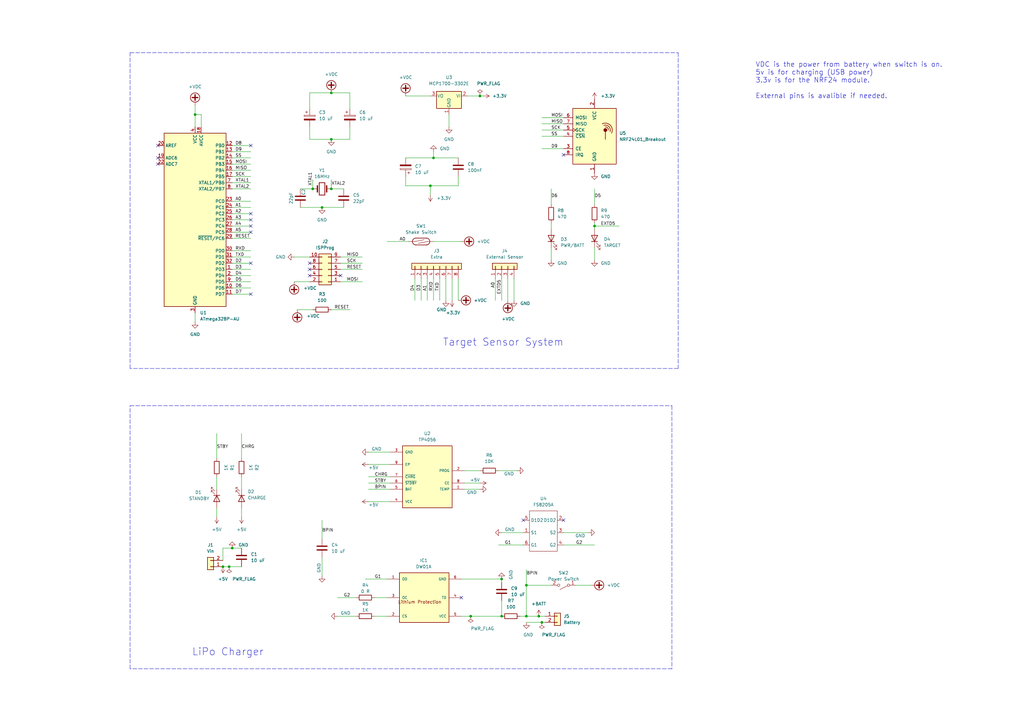
<source format=kicad_sch>
(kicad_sch (version 20211123) (generator eeschema)
  (paper "A3")
  (title_block (title "Target Sensor") (date "2023-01-21") (rev "108") (company "OlShot"))
  (lib_symbols
    (symbol "Connector_Generic:Conn_01x02" (pin_names (offset 1.016) hide)
      (property "Reference" "J" (at 0 2.54 0))
      (property "Value" "Conn_01x02" (at 0 -5.08 0))
      (symbol "Conn_01x02_1_1"
        (rectangle (start -1.27 -2.413) (end 0 -2.667) (stroke (width 0.1524)))
        (rectangle (start -1.27 0.127) (end 0 -0.127) (stroke (width 0.1524)))
        (rectangle (start -1.27 1.27) (end 1.27 -3.81) (stroke (width 0.254)) (fill (type background)))
        (pin passive line (at -5.08 0 0) (length 3.81) (name "Pin_1") (number "1"))
        (pin passive line (at -5.08 -2.54 0) (length 3.81) (name "Pin_2") (number "2"))
      )
    )
    (symbol "Connector_Generic:Conn_01x04" (pin_names (offset 1.016) hide)
      (property "Reference" "J" (at 0 5.08 0))
      (property "Value" "Conn_01x04" (at 0 -7.62 0))
      (symbol "Conn_01x04_1_1"
        (rectangle (start -1.27 -4.953) (end 0 -5.207) (stroke (width 0.1524)))
        (rectangle (start -1.27 -2.413) (end 0 -2.667) (stroke (width 0.1524)))
        (rectangle (start -1.27 0.127) (end 0 -0.127) (stroke (width 0.1524)))
        (rectangle (start -1.27 2.667) (end 0 2.413) (stroke (width 0.1524)))
        (rectangle (start -1.27 3.81) (end 1.27 -6.35) (stroke (width 0.254)) (fill (type background)))
        (pin passive line (at -5.08 2.54 0) (length 3.81) (name "Pin_1") (number "1"))
        (pin passive line (at -5.08 0 0) (length 3.81) (name "Pin_2") (number "2"))
        (pin passive line (at -5.08 -2.54 0) (length 3.81) (name "Pin_3") (number "3"))
        (pin passive line (at -5.08 -5.08 0) (length 3.81) (name "Pin_4") (number "4"))
      )
    )
    (symbol "Connector_Generic:Conn_01x08" (pin_names (offset 1.016) hide)
      (property "Reference" "J" (at 0 10.16 0))
      (property "Value" "Conn_01x08" (at 0 -12.7 0))
      (symbol "Conn_01x08_1_1"
        (rectangle (start -1.27 -10.033) (end 0 -10.287) (stroke (width 0.1524)))
        (rectangle (start -1.27 -7.493) (end 0 -7.747) (stroke (width 0.1524)))
        (rectangle (start -1.27 -4.953) (end 0 -5.207) (stroke (width 0.1524)))
        (rectangle (start -1.27 -2.413) (end 0 -2.667) (stroke (width 0.1524)))
        (rectangle (start -1.27 0.127) (end 0 -0.127) (stroke (width 0.1524)))
        (rectangle (start -1.27 2.667) (end 0 2.413) (stroke (width 0.1524)))
        (rectangle (start -1.27 5.207) (end 0 4.953) (stroke (width 0.1524)))
        (rectangle (start -1.27 7.747) (end 0 7.493) (stroke (width 0.1524)))
        (rectangle (start -1.27 8.89) (end 1.27 -11.43) (stroke (width 0.254)) (fill (type background)))
        (pin passive line (at -5.08 7.62 0) (length 3.81) (name "Pin_1") (number "1"))
        (pin passive line (at -5.08 5.08 0) (length 3.81) (name "Pin_2") (number "2"))
        (pin passive line (at -5.08 2.54 0) (length 3.81) (name "Pin_3") (number "3"))
        (pin passive line (at -5.08 0 0) (length 3.81) (name "Pin_4") (number "4"))
        (pin passive line (at -5.08 -2.54 0) (length 3.81) (name "Pin_5") (number "5"))
        (pin passive line (at -5.08 -5.08 0) (length 3.81) (name "Pin_6") (number "6"))
        (pin passive line (at -5.08 -7.62 0) (length 3.81) (name "Pin_7") (number "7"))
        (pin passive line (at -5.08 -10.16 0) (length 3.81) (name "Pin_8") (number "8"))
      )
    )
    (symbol "Connector_Generic:Conn_02x05_Odd_Even" (pin_names (offset 1.016) hide)
      (property "Reference" "J" (at 1.27 7.62 0))
      (property "Value" "Conn_02x05_Odd_Even" (at 1.27 -7.62 0))
      (symbol "Conn_02x05_Odd_Even_1_1"
        (rectangle (start -1.27 -4.953) (end 0 -5.207) (stroke (width 0.1524)))
        (rectangle (start -1.27 -2.413) (end 0 -2.667) (stroke (width 0.1524)))
        (rectangle (start -1.27 0.127) (end 0 -0.127) (stroke (width 0.1524)))
        (rectangle (start -1.27 2.667) (end 0 2.413) (stroke (width 0.1524)))
        (rectangle (start -1.27 5.207) (end 0 4.953) (stroke (width 0.1524)))
        (rectangle (start -1.27 6.35) (end 3.81 -6.35) (stroke (width 0.254)) (fill (type background)))
        (rectangle (start 3.81 -4.953) (end 2.54 -5.207) (stroke (width 0.1524)))
        (rectangle (start 3.81 -2.413) (end 2.54 -2.667) (stroke (width 0.1524)))
        (rectangle (start 3.81 0.127) (end 2.54 -0.127) (stroke (width 0.1524)))
        (rectangle (start 3.81 2.667) (end 2.54 2.413) (stroke (width 0.1524)))
        (rectangle (start 3.81 5.207) (end 2.54 4.953) (stroke (width 0.1524)))
        (pin passive line (at -5.08 5.08 0) (length 3.81) (name "Pin_1") (number "1"))
        (pin passive line (at 7.62 -5.08 180) (length 3.81) (name "Pin_10") (number "10"))
        (pin passive line (at 7.62 5.08 180) (length 3.81) (name "Pin_2") (number "2"))
        (pin passive line (at -5.08 2.54 0) (length 3.81) (name "Pin_3") (number "3"))
        (pin passive line (at 7.62 2.54 180) (length 3.81) (name "Pin_4") (number "4"))
        (pin passive line (at -5.08 0 0) (length 3.81) (name "Pin_5") (number "5"))
        (pin passive line (at 7.62 0 180) (length 3.81) (name "Pin_6") (number "6"))
        (pin passive line (at -5.08 -2.54 0) (length 3.81) (name "Pin_7") (number "7"))
        (pin passive line (at 7.62 -2.54 180) (length 3.81) (name "Pin_8") (number "8"))
        (pin passive line (at -5.08 -5.08 0) (length 3.81) (name "Pin_9") (number "9"))
      )
    )
    (symbol "DW01A:DW01A" (pin_names (offset 1.016))
      (property "Reference" "IC" (at -5.08 11.43 0))
      (property "Value" "DW01A" (at -5.08 -12.7 0))
      (symbol "DW01A_0_0"
        (rectangle (start -10.16 -10.16) (end 10.16 10.16) (stroke (width 0.254)) (fill (type background)))
        (text "Lithium Protection" (at -7.112 2.54 0) (effects (font (size 1.27 1.27)) (justify left bottom)))
        (pin bidirectional line (at 15.24 -7.62 180) (length 5.08) (name "OD") (number "1"))
        (pin bidirectional line (at 15.24 7.62 180) (length 5.08) (name "CS") (number "2"))
        (pin bidirectional line (at 15.24 0 180) (length 5.08) (name "OC") (number "3"))
        (pin bidirectional line (at -15.24 0 0) (length 5.08) (name "TD") (number "4"))
        (pin power_in line (at -15.24 7.62 0) (length 5.08) (name "VCC") (number "5"))
        (pin power_in line (at -15.24 -7.62 0) (length 5.08) (name "GND") (number "6"))
      )
    )
    (symbol "Device:C" (pin_numbers hide) (pin_names (offset 0.254))
      (property "Reference" "C" (at 0.635 2.54 0))
      (property "Value" "C" (at 0.635 -2.54 0))
      (symbol "C_0_1"
        (polyline (pts (xy -2.032 -0.762) (xy 2.032 -0.762)) (stroke (width 0.508)))
        (polyline (pts (xy -2.032 0.762) (xy 2.032 0.762)) (stroke (width 0.508)))
      )
      (symbol "C_1_1"
        (pin passive line (at 0 3.81 270) (length 2.794) (name "~") (number "1"))
        (pin passive line (at 0 -3.81 90) (length 2.794) (name "~") (number "2"))
      )
    )
    (symbol "Device:C_Polarized" (pin_numbers hide) (pin_names (offset 0.254))
      (property "Reference" "C" (at 0.635 2.54 0))
      (property "Value" "C_Polarized" (at 0.635 -2.54 0))
      (symbol "C_Polarized_0_1"
        (rectangle (start -2.286 0.508) (end 2.286 1.016))
        (polyline (pts (xy -1.778 2.286) (xy -0.762 2.286)))
        (polyline (pts (xy -1.27 2.794) (xy -1.27 1.778)))
        (rectangle (start 2.286 -0.508) (end -2.286 -1.016) (fill (type outline)))
      )
      (symbol "C_Polarized_1_1"
        (pin passive line (at 0 3.81 270) (length 2.794) (name "~") (number "1"))
        (pin passive line (at 0 -3.81 90) (length 2.794) (name "~") (number "2"))
      )
    )
    (symbol "Device:Crystal" (pin_numbers hide) (pin_names (offset 1.016) hide)
      (property "Reference" "Y" (at 0 3.81 0))
      (property "Value" "Crystal" (at 0 -3.81 0))
      (symbol "Crystal_0_1"
        (rectangle (start -1.143 2.54) (end 1.143 -2.54) (stroke (width 0.3048)))
        (polyline (pts (xy -2.54 0) (xy -1.905 0)))
        (polyline (pts (xy -1.905 -1.27) (xy -1.905 1.27)) (stroke (width 0.508)))
        (polyline (pts (xy 1.905 -1.27) (xy 1.905 1.27)) (stroke (width 0.508)))
        (polyline (pts (xy 2.54 0) (xy 1.905 0)))
      )
      (symbol "Crystal_1_1"
        (pin passive line (at -3.81 0 0) (length 1.27) (name "1") (number "1"))
        (pin passive line (at 3.81 0 180) (length 1.27) (name "2") (number "2"))
      )
    )
    (symbol "Device:LED" (pin_numbers hide) (pin_names (offset 1.016) hide)
      (property "Reference" "D" (at 0 2.54 0))
      (property "Value" "LED" (at 0 -2.54 0))
      (symbol "LED_0_1"
        (polyline (pts (xy -1.27 -1.27) (xy -1.27 1.27)) (stroke (width 0.254)))
        (polyline (pts (xy -1.27 0) (xy 1.27 0)))
        (polyline (pts (xy 1.27 -1.27) (xy 1.27 1.27) (xy -1.27 0) (xy 1.27 -1.27)) (stroke (width 0.254)))
        (polyline (pts (xy -3.048 -0.762) (xy -4.572 -2.286) (xy -3.81 -2.286) (xy -4.572 -2.286) (xy -4.572 -1.524)))
        (polyline (pts (xy -1.778 -0.762) (xy -3.302 -2.286) (xy -2.54 -2.286) (xy -3.302 -2.286) (xy -3.302 -1.524)))
      )
      (symbol "LED_1_1"
        (pin passive line (at -3.81 0 0) (length 2.54) (name "K") (number "1"))
        (pin passive line (at 3.81 0 180) (length 2.54) (name "A") (number "2"))
      )
    )
    (symbol "Device:R" (pin_numbers hide) (pin_names (offset 0))
      (property "Reference" "R" (at 2.032 0 90))
      (property "Value" "R" (at 0 0 90))
      (symbol "R_0_1"
        (rectangle (start -1.016 -2.54) (end 1.016 2.54) (stroke (width 0.254)))
      )
      (symbol "R_1_1"
        (pin passive line (at 0 3.81 270) (length 1.27) (name "~") (number "1"))
        (pin passive line (at 0 -3.81 90) (length 1.27) (name "~") (number "2"))
      )
    )
    (symbol "MCU_Microchip_ATmega:ATmega328P-A"
      (property "Reference" "U" (at -12.7 36.83 0))
      (property "Value" "ATmega328P-A" (at 2.54 -36.83 0))
      (symbol "ATmega328P-A_0_1"
        (rectangle (start -12.7 -35.56) (end 12.7 35.56) (stroke (width 0.254)) (fill (type background)))
      )
      (symbol "ATmega328P-A_1_1"
        (pin bidirectional line (at 15.24 -20.32 180) (length 2.54) (name "PD3") (number "1"))
        (pin bidirectional line (at 15.24 -27.94 180) (length 2.54) (name "PD6") (number "10"))
        (pin bidirectional line (at 15.24 -30.48 180) (length 2.54) (name "PD7") (number "11"))
        (pin bidirectional line (at 15.24 30.48 180) (length 2.54) (name "PB0") (number "12"))
        (pin bidirectional line (at 15.24 27.94 180) (length 2.54) (name "PB1") (number "13"))
        (pin bidirectional line (at 15.24 25.4 180) (length 2.54) (name "PB2") (number "14"))
        (pin bidirectional line (at 15.24 22.86 180) (length 2.54) (name "PB3") (number "15"))
        (pin bidirectional line (at 15.24 20.32 180) (length 2.54) (name "PB4") (number "16"))
        (pin bidirectional line (at 15.24 17.78 180) (length 2.54) (name "PB5") (number "17"))
        (pin power_in line (at 2.54 38.1 270) (length 2.54) (name "AVCC") (number "18"))
        (pin input line (at -15.24 25.4 0) (length 2.54) (name "ADC6") (number "19"))
        (pin bidirectional line (at 15.24 -22.86 180) (length 2.54) (name "PD4") (number "2"))
        (pin passive line (at -15.24 30.48 0) (length 2.54) (name "AREF") (number "20"))
        (pin passive line (at 0 -38.1 90) (length 2.54) hide (name "GND") (number "21"))
        (pin input line (at -15.24 22.86 0) (length 2.54) (name "ADC7") (number "22"))
        (pin bidirectional line (at 15.24 7.62 180) (length 2.54) (name "PC0") (number "23"))
        (pin bidirectional line (at 15.24 5.08 180) (length 2.54) (name "PC1") (number "24"))
        (pin bidirectional line (at 15.24 2.54 180) (length 2.54) (name "PC2") (number "25"))
        (pin bidirectional line (at 15.24 0 180) (length 2.54) (name "PC3") (number "26"))
        (pin bidirectional line (at 15.24 -2.54 180) (length 2.54) (name "PC4") (number "27"))
        (pin bidirectional line (at 15.24 -5.08 180) (length 2.54) (name "PC5") (number "28"))
        (pin bidirectional line (at 15.24 -7.62 180) (length 2.54) (name "~{RESET}/PC6") (number "29"))
        (pin power_in line (at 0 -38.1 90) (length 2.54) (name "GND") (number "3"))
        (pin bidirectional line (at 15.24 -12.7 180) (length 2.54) (name "PD0") (number "30"))
        (pin bidirectional line (at 15.24 -15.24 180) (length 2.54) (name "PD1") (number "31"))
        (pin bidirectional line (at 15.24 -17.78 180) (length 2.54) (name "PD2") (number "32"))
        (pin power_in line (at 0 38.1 270) (length 2.54) (name "VCC") (number "4"))
        (pin passive line (at 0 -38.1 90) (length 2.54) hide (name "GND") (number "5"))
        (pin passive line (at 0 38.1 270) (length 2.54) hide (name "VCC") (number "6"))
        (pin bidirectional line (at 15.24 15.24 180) (length 2.54) (name "XTAL1/PB6") (number "7"))
        (pin bidirectional line (at 15.24 12.7 180) (length 2.54) (name "XTAL2/PB7") (number "8"))
        (pin bidirectional line (at 15.24 -25.4 180) (length 2.54) (name "PD5") (number "9"))
      )
    )
    (symbol "RF:NRF24L01_Breakout" (pin_names (offset 1.016))
      (property "Reference" "U" (at -8.89 12.7 0))
      (property "Value" "NRF24L01_Breakout" (at 3.81 12.7 0))
      (symbol "NRF24L01_Breakout_0_1"
        (rectangle (start -8.89 11.43) (end 8.89 -11.43) (stroke (width 0.254)) (fill (type background)))
        (polyline (pts (xy 4.445 1.905) (xy 4.445 -1.27)) (stroke (width 0.254)))
        (circle (center 4.445 2.54) (radius 0.635) (stroke (width 0.254)) (fill (type outline)))
        (arc (start 5.715 2.54) (mid 5.3521 3.4546) (end 4.445 3.81) (stroke (width 0.254)))
        (arc (start 6.35 1.905) (mid 5.8763 3.9854) (end 3.81 4.445) (stroke (width 0.254)))
        (arc (start 6.985 1.27) (mid 6.453 4.548) (end 3.175 5.08) (stroke (width 0.254)))
      )
      (symbol "NRF24L01_Breakout_1_1"
        (pin power_in line (at 0 -15.24 90) (length 3.81) (name "GND") (number "1"))
        (pin power_in line (at 0 15.24 270) (length 3.81) (name "VCC") (number "2"))
        (pin input line (at -12.7 -5.08 0) (length 3.81) (name "CE") (number "3"))
        (pin input line (at -12.7 0 0) (length 3.81) (name "~{CSN}") (number "4"))
        (pin input clock (at -12.7 2.54 0) (length 3.81) (name "SCK") (number "5"))
        (pin input line (at -12.7 7.62 0) (length 3.81) (name "MOSI") (number "6"))
        (pin output line (at -12.7 5.08 0) (length 3.81) (name "MISO") (number "7"))
        (pin output line (at -12.7 -7.62 0) (length 3.81) (name "IRQ") (number "8"))
      )
    )
    (symbol "Regulator_Linear:MCP1700x-330xxTO" (pin_names (offset 0.254))
      (property "Reference" "U" (at -3.81 -3.175 0))
      (property "Value" "MCP1700x-330xxTO" (at 0 -3.175 0))
      (symbol "MCP1700x-330xxTO_0_1"
        (rectangle (start -5.08 5.08) (end 5.08 -1.905) (stroke (width 0.254)) (fill (type background)))
      )
      (symbol "MCP1700x-330xxTO_1_1"
        (pin power_in line (at 0 7.62 270) (length 2.54) (name "GND") (number "1"))
        (pin power_in line (at -7.62 0 0) (length 2.54) (name "VI") (number "2"))
        (pin power_out line (at 7.62 0 180) (length 2.54) (name "VO") (number "3"))
      )
    )
    (symbol "Switch:SW_Reed" (pin_numbers hide) (pin_names (offset 0) hide)
      (property "Reference" "SW" (at 0 2.54 0))
      (property "Value" "SW_Reed" (at 0 -2.54 0))
      (symbol "SW_Reed_0_0"
        (arc (start -2.159 1.397) (mid -3.556 0) (end -2.159 -1.397) (stroke (width 0.254)))
        (polyline (pts (xy -2.54 0) (xy 1.27 0.762)))
        (polyline (pts (xy -2.159 -1.397) (xy 2.286 -1.397)) (stroke (width 0.254)))
        (polyline (pts (xy 2.159 1.397) (xy -2.159 1.397)) (stroke (width 0.254)))
        (polyline (pts (xy 2.54 0) (xy -1.27 -0.762)))
        (arc (start 2.159 -1.397) (mid 3.556 0) (end 2.159 1.397) (stroke (width 0.254)))
      )
      (symbol "SW_Reed_1_1"
        (pin passive line (at -5.08 0 0) (length 2.54) (name "1") (number "1"))
        (pin passive line (at 5.08 0 180) (length 2.54) (name "2") (number "2"))
      )
    )
    (symbol "Switch:SW_SPST" (pin_names (offset 0) hide)
      (property "Reference" "SW" (at 0 3.175 0))
      (property "Value" "SW_SPST" (at 0 -2.54 0))
      (symbol "SW_SPST_0_0"
        (circle (center -2.032 0) (radius 0.508))
        (polyline (pts (xy -1.524 0.254) (xy 1.524 1.778)))
        (circle (center 2.032 0) (radius 0.508))
      )
      (symbol "SW_SPST_1_1"
        (pin passive line (at -5.08 0 0) (length 2.54) (name "A") (number "1"))
        (pin passive line (at 5.08 0 180) (length 2.54) (name "B") (number "2"))
      )
    )
    (symbol "TP4056:TP4056" (pin_names (offset 1.016))
      (property "Reference" "U" (at -10.16 13.208 0))
      (property "Value" "TP4056" (at -10.16 -15.24 0))
      (symbol "TP4056_0_0"
        (rectangle (start -10.16 -12.7) (end 10.16 12.7) (stroke (width 0.254)) (fill (type background)))
        (pin input line (at -15.24 5.08 0) (length 5.08) (name "TEMP") (number "1"))
        (pin bidirectional line (at -15.24 -2.54 0) (length 5.08) (name "PROG") (number "2"))
        (pin power_in line (at 15.24 -10.16 180) (length 5.08) (name "GND") (number "3"))
        (pin power_in line (at 15.24 10.16 180) (length 5.08) (name "VCC") (number "4"))
        (pin output line (at 15.24 5.08 180) (length 5.08) (name "BAT") (number "5"))
        (pin output line (at 15.24 2.54 180) (length 5.08) (name "~{STDBY}") (number "6"))
        (pin output line (at 15.24 0 180) (length 5.08) (name "~{CHRG}") (number "7"))
        (pin input line (at -15.24 2.54 0) (length 5.08) (name "CE") (number "8"))
        (pin passive line (at 15.24 -5.08 180) (length 5.08) (name "EP") (number "9"))
      )
    )
    (symbol "fs8205:FS8205A"
      (property "Reference" "U" (at 1.27 5.08 0))
      (property "Value" "FS8205A" (at -1.27 8.89 90))
      (symbol "FS8205A_0_1"
        (rectangle (start 0 11.43) (end 16.51 0))
      )
      (symbol "FS8205A_1_1"
        (pin input line (at 7.62 13.97 270) (length 2.54) (name "S1") (number "1"))
        (pin input line (at 12.7 -2.54 90) (length 2.54) (name "D1D2") (number "2"))
        (pin input line (at 7.62 -2.54 90) (length 2.54) (name "S2") (number "3"))
        (pin input line (at 2.54 -2.54 90) (length 2.54) (name "G2") (number "4"))
        (pin input line (at 12.7 13.97 270) (length 2.54) (name "D1D2") (number "5"))
        (pin input line (at 2.54 13.97 270) (length 2.54) (name "G1") (number "6"))
      )
    )
    (symbol "power:+3.3V" (power) (pin_names (offset 0))
      (property "Value" "+3.3V" (at 0 3.556 0))
      (symbol "+3.3V_0_1"
        (polyline (pts (xy -0.762 1.27) (xy 0 2.54)))
        (polyline (pts (xy 0 0) (xy 0 2.54)))
        (polyline (pts (xy 0 2.54) (xy 0.762 1.27)))
      )
      (symbol "+3.3V_1_1"
        (pin power_in line (at 0 0 90) (length 0) hide (name "+3.3V") (number "1"))
      )
    )
    (symbol "power:+5V" (power) (pin_names (offset 0))
      (property "Value" "+5V" (at 0 3.556 0))
      (symbol "+5V_0_1"
        (polyline (pts (xy -0.762 1.27) (xy 0 2.54)))
        (polyline (pts (xy 0 0) (xy 0 2.54)))
        (polyline (pts (xy 0 2.54) (xy 0.762 1.27)))
      )
      (symbol "+5V_1_1"
        (pin power_in line (at 0 0 90) (length 0) hide (name "+5V") (number "1"))
      )
    )
    (symbol "power:+BATT" (power) (pin_names (offset 0))
      (property "Value" "+BATT" (at 0 3.556 0))
      (symbol "+BATT_0_1"
        (polyline (pts (xy -0.762 1.27) (xy 0 2.54)))
        (polyline (pts (xy 0 0) (xy 0 2.54)))
        (polyline (pts (xy 0 2.54) (xy 0.762 1.27)))
      )
      (symbol "+BATT_1_1"
        (pin power_in line (at 0 0 90) (length 0) hide (name "+BATT") (number "1"))
      )
    )
    (symbol "power:+VDC" (power) (pin_names (offset 0))
      (property "Value" "+VDC" (at 0 6.35 0))
      (symbol "+VDC_0_1"
        (polyline (pts (xy -1.143 3.175) (xy 1.143 3.175)) (stroke (width 0.508)))
        (polyline (pts (xy 0 0) (xy 0 1.27)))
        (polyline (pts (xy 0 2.032) (xy 0 4.318)) (stroke (width 0.508)))
        (circle (center 0 3.175) (radius 1.905) (stroke (width 0.254)))
      )
      (symbol "+VDC_1_1"
        (pin power_in line (at 0 0 90) (length 0) hide (name "+VDC") (number "1"))
      )
    )
    (symbol "power:GND" (power) (pin_names (offset 0))
      (property "Value" "GND" (at 0 -3.81 0))
      (symbol "GND_0_1"
        (polyline (pts (xy 0 0) (xy 0 -1.27) (xy 1.27 -1.27) (xy 0 -2.54) (xy -1.27 -1.27) (xy 0 -1.27)))
      )
      (symbol "GND_1_1"
        (pin power_in line (at 0 0 270) (length 0) hide (name "GND") (number "1"))
      )
    )
    (symbol "power:PWR_FLAG" (power) (pin_numbers hide) (pin_names (offset 0) hide)
      (property "Value" "PWR_FLAG" (at 0 3.81 0))
      (symbol "PWR_FLAG_0_0"
        (pin power_out line (at 0 0 90) (length 0) (name "pwr") (number "1"))
      )
      (symbol "PWR_FLAG_0_1"
        (polyline (pts (xy 0 0) (xy 0 1.27) (xy -1.016 1.905) (xy 0 2.54) (xy 1.016 1.905) (xy 0 1.27)))
      )
    )
  )
  (junction (at 215.9 252.73))
  (junction (at 135.89 77.47))
  (junction (at 80.01 46.99))
  (junction (at 205.74 237.49))
  (junction (at 135.89 38.1))
  (junction (at 177.8 64.77))
  (junction (at 205.74 252.73))
  (junction (at 135.89 57.15))
  (junction (at 215.9 240.03))
  (junction (at 132.08 85.09))
  (junction (at 243.84 92.71))
  (junction (at 128.27 77.47))
  (junction (at 220.98 252.73))
  (junction (at 222.25 255.27))
  (junction (at 91.44 232.41))
  (junction (at 93.98 232.41))
  (junction (at 196.85 39.37))
  (junction (at 176.53 76.2))
  (junction (at 95.25 224.79))
  (junction (at 193.04 252.73))
  (no_connect (at 102.87 120.65))
  (no_connect (at 214.63 213.36))
  (no_connect (at 64.77 59.69))
  (no_connect (at 139.7 113.03))
  (no_connect (at 127 113.03))
  (no_connect (at 102.87 59.69))
  (no_connect (at 64.77 64.77))
  (no_connect (at 231.14 213.36))
  (no_connect (at 127 110.49))
  (no_connect (at 64.77 67.31))
  (no_connect (at 102.87 90.17))
  (no_connect (at 189.23 245.11))
  (no_connect (at 102.87 92.71))
  (no_connect (at 102.87 95.25))
  (no_connect (at 102.87 87.63))
  (no_connect (at 231.14 63.5))
  (no_connect (at 102.87 107.95))
  (no_connect (at 127 107.95))
  (wire (pts (xy 226.06 77.47) (xy 226.06 83.82)))
  (wire (pts (xy 91.44 229.87) (xy 91.44 224.79)))
  (wire (pts (xy 222.25 48.26) (xy 231.14 48.26)))
  (wire (pts (xy 226.06 101.6) (xy 226.06 106.68)))
  (wire (pts (xy 177.8 62.23) (xy 177.8 64.77)))
  (wire (pts (xy 132.08 85.09) (xy 140.97 85.09)))
  (wire (pts (xy 243.84 92.71) (xy 254 92.71)))
  (wire (pts (xy 95.25 82.55) (xy 102.87 82.55)))
  (wire (pts (xy 95.25 69.85) (xy 102.87 69.85)))
  (wire (pts (xy 243.84 91.44) (xy 243.84 92.71)))
  (wire (pts (xy 172.72 114.3) (xy 172.72 123.19)))
  (wire (pts (xy 95.25 224.79) (xy 99.06 224.79)))
  (polyline (pts (xy 53.34 166.37) (xy 275.59 166.37)))
  (wire (pts (xy 143.51 38.1) (xy 143.51 44.45)))
  (wire (pts (xy 208.28 114.3) (xy 208.28 123.19)))
  (wire (pts (xy 149.86 237.49) (xy 158.75 237.49)))
  (wire (pts (xy 205.74 218.44) (xy 214.63 218.44)))
  (wire (pts (xy 99.06 208.28) (xy 99.06 212.09)))
  (wire (pts (xy 215.9 255.27) (xy 222.25 255.27)))
  (wire (pts (xy 176.53 76.2) (xy 176.53 80.01)))
  (wire (pts (xy 138.43 245.11) (xy 146.05 245.11)))
  (wire (pts (xy 95.25 90.17) (xy 102.87 90.17)))
  (wire (pts (xy 95.25 72.39) (xy 102.87 72.39)))
  (wire (pts (xy 128.27 73.66) (xy 128.27 77.47)))
  (wire (pts (xy 176.53 76.2) (xy 187.96 76.2)))
  (wire (pts (xy 205.74 114.3) (xy 205.74 123.19)))
  (wire (pts (xy 175.26 114.3) (xy 175.26 123.19)))
  (wire (pts (xy 93.98 232.41) (xy 99.06 232.41)))
  (wire (pts (xy 139.7 110.49) (xy 148.59 110.49)))
  (wire (pts (xy 215.9 252.73) (xy 220.98 252.73)))
  (wire (pts (xy 127 57.15) (xy 127 52.07)))
  (wire (pts (xy 88.9 195.58) (xy 88.9 200.66)))
  (wire (pts (xy 80.01 46.99) (xy 80.01 52.07)))
  (wire (pts (xy 95.25 118.11) (xy 102.87 118.11)))
  (wire (pts (xy 203.2 114.3) (xy 203.2 123.19)))
  (wire (pts (xy 88.9 208.28) (xy 88.9 212.09)))
  (wire (pts (xy 135.89 77.47) (xy 140.97 77.47)))
  (wire (pts (xy 187.96 114.3) (xy 187.96 123.19)))
  (wire (pts (xy 95.25 110.49) (xy 102.87 110.49)))
  (wire (pts (xy 236.22 240.03) (xy 242.57 240.03)))
  (wire (pts (xy 95.25 105.41) (xy 102.87 105.41)))
  (wire (pts (xy 135.89 73.66) (xy 135.89 77.47)))
  (wire (pts (xy 151.13 190.5) (xy 160.02 190.5)))
  (wire (pts (xy 82.55 46.99) (xy 80.01 46.99)))
  (wire (pts (xy 170.18 114.3) (xy 170.18 123.19)))
  (wire (pts (xy 151.13 198.12) (xy 160.02 198.12)))
  (wire (pts (xy 127 38.1) (xy 135.89 38.1)))
  (wire (pts (xy 95.25 67.31) (xy 102.87 67.31)))
  (wire (pts (xy 127 44.45) (xy 127 38.1)))
  (wire (pts (xy 139.7 115.57) (xy 148.59 115.57)))
  (wire (pts (xy 222.25 60.96) (xy 231.14 60.96)))
  (wire (pts (xy 222.25 55.88) (xy 231.14 55.88)))
  (wire (pts (xy 135.89 38.1) (xy 143.51 38.1)))
  (wire (pts (xy 166.37 76.2) (xy 176.53 76.2)))
  (wire (pts (xy 158.75 99.06) (xy 167.64 99.06)))
  (wire (pts (xy 95.25 85.09) (xy 102.87 85.09)))
  (polyline (pts (xy 275.59 274.32) (xy 53.34 274.32)))
  (wire (pts (xy 180.34 114.3) (xy 180.34 123.19)))
  (wire (pts (xy 88.9 177.8) (xy 88.9 187.96)))
  (wire (pts (xy 80.01 43.18) (xy 80.01 46.99)))
  (wire (pts (xy 139.7 105.41) (xy 148.59 105.41)))
  (wire (pts (xy 205.74 252.73) (xy 205.74 246.38)))
  (wire (pts (xy 213.36 252.73) (xy 215.9 252.73)))
  (wire (pts (xy 135.89 127) (xy 143.51 127)))
  (polyline (pts (xy 53.34 21.59) (xy 278.13 21.59)))
  (wire (pts (xy 132.08 228.6) (xy 132.08 236.22)))
  (wire (pts (xy 99.06 177.8) (xy 99.06 187.96)))
  (polyline (pts (xy 275.59 166.37) (xy 275.59 274.32)))
  (wire (pts (xy 91.44 232.41) (xy 93.98 232.41)))
  (wire (pts (xy 193.04 252.73) (xy 205.74 252.73)))
  (wire (pts (xy 95.25 92.71) (xy 102.87 92.71)))
  (wire (pts (xy 196.85 39.37) (xy 198.12 39.37)))
  (wire (pts (xy 95.25 87.63) (xy 102.87 87.63)))
  (wire (pts (xy 189.23 252.73) (xy 193.04 252.73)))
  (wire (pts (xy 91.44 224.79) (xy 95.25 224.79)))
  (wire (pts (xy 151.13 200.66) (xy 160.02 200.66)))
  (wire (pts (xy 99.06 195.58) (xy 99.06 200.66)))
  (wire (pts (xy 120.65 115.57) (xy 127 115.57)))
  (wire (pts (xy 243.84 77.47) (xy 243.84 83.82)))
  (wire (pts (xy 190.5 200.66) (xy 196.85 200.66)))
  (wire (pts (xy 226.06 91.44) (xy 226.06 93.98)))
  (wire (pts (xy 166.37 39.37) (xy 176.53 39.37)))
  (wire (pts (xy 184.15 46.99) (xy 184.15 52.07)))
  (wire (pts (xy 95.25 95.25) (xy 102.87 95.25)))
  (wire (pts (xy 204.47 223.52) (xy 214.63 223.52)))
  (wire (pts (xy 123.19 77.47) (xy 128.27 77.47)))
  (wire (pts (xy 222.25 50.8) (xy 231.14 50.8)))
  (wire (pts (xy 95.25 107.95) (xy 102.87 107.95)))
  (polyline (pts (xy 53.34 274.32) (xy 53.34 166.37)))
  (wire (pts (xy 153.67 252.73) (xy 158.75 252.73)))
  (wire (pts (xy 243.84 92.71) (xy 243.84 93.98)))
  (wire (pts (xy 132.08 213.36) (xy 132.08 220.98)))
  (wire (pts (xy 222.25 255.27) (xy 223.52 255.27)))
  (wire (pts (xy 143.51 52.07) (xy 143.51 57.15)))
  (wire (pts (xy 189.23 237.49) (xy 205.74 237.49)))
  (wire (pts (xy 82.55 52.07) (xy 82.55 46.99)))
  (wire (pts (xy 121.92 127) (xy 128.27 127)))
  (wire (pts (xy 166.37 64.77) (xy 177.8 64.77)))
  (wire (pts (xy 190.5 198.12) (xy 196.85 198.12)))
  (wire (pts (xy 151.13 185.42) (xy 160.02 185.42)))
  (wire (pts (xy 191.77 39.37) (xy 196.85 39.37)))
  (wire (pts (xy 95.25 97.79) (xy 102.87 97.79)))
  (wire (pts (xy 243.84 101.6) (xy 243.84 106.68)))
  (wire (pts (xy 80.01 128.27) (xy 80.01 132.08)))
  (wire (pts (xy 177.8 64.77) (xy 187.96 64.77)))
  (wire (pts (xy 210.82 114.3) (xy 210.82 123.19)))
  (wire (pts (xy 153.67 245.11) (xy 158.75 245.11)))
  (wire (pts (xy 95.25 102.87) (xy 102.87 102.87)))
  (wire (pts (xy 139.7 107.95) (xy 148.59 107.95)))
  (polyline (pts (xy 278.13 21.59) (xy 278.13 151.13)))
  (polyline (pts (xy 278.13 151.13) (xy 53.34 151.13)))
  (wire (pts (xy 231.14 223.52) (xy 243.84 223.52)))
  (wire (pts (xy 215.9 240.03) (xy 226.06 240.03)))
  (wire (pts (xy 177.8 99.06) (xy 189.23 99.06)))
  (wire (pts (xy 135.89 57.15) (xy 127 57.15)))
  (wire (pts (xy 222.25 53.34) (xy 231.14 53.34)))
  (polyline (pts (xy 53.34 151.13) (xy 53.34 21.59)))
  (wire (pts (xy 166.37 72.39) (xy 166.37 76.2)))
  (wire (pts (xy 95.25 115.57) (xy 102.87 115.57)))
  (wire (pts (xy 95.25 64.77) (xy 102.87 64.77)))
  (wire (pts (xy 205.74 237.49) (xy 205.74 238.76)))
  (wire (pts (xy 138.43 252.73) (xy 146.05 252.73)))
  (wire (pts (xy 190.5 193.04) (xy 196.85 193.04)))
  (wire (pts (xy 182.88 114.3) (xy 182.88 123.19)))
  (wire (pts (xy 215.9 252.73) (xy 215.9 240.03)))
  (wire (pts (xy 215.9 233.68) (xy 215.9 240.03)))
  (wire (pts (xy 151.13 195.58) (xy 160.02 195.58)))
  (wire (pts (xy 143.51 57.15) (xy 135.89 57.15)))
  (wire (pts (xy 204.47 193.04) (xy 212.09 193.04)))
  (wire (pts (xy 220.98 252.73) (xy 223.52 252.73)))
  (wire (pts (xy 120.65 105.41) (xy 127 105.41)))
  (wire (pts (xy 187.96 76.2) (xy 187.96 72.39)))
  (wire (pts (xy 95.25 120.65) (xy 102.87 120.65)))
  (wire (pts (xy 231.14 218.44) (xy 241.3 218.44)))
  (wire (pts (xy 95.25 62.23) (xy 102.87 62.23)))
  (wire (pts (xy 95.25 59.69) (xy 102.87 59.69)))
  (wire (pts (xy 95.25 77.47) (xy 102.87 77.47)))
  (wire (pts (xy 95.25 113.03) (xy 102.87 113.03)))
  (wire (pts (xy 177.8 114.3) (xy 177.8 123.19)))
  (wire (pts (xy 95.25 74.93) (xy 102.87 74.93)))
  (wire (pts (xy 151.13 205.74) (xy 160.02 205.74)))
  (wire (pts (xy 185.42 114.3) (xy 185.42 123.19)))
  (wire (pts (xy 123.19 85.09) (xy 132.08 85.09)))
  (text "VDC is the power from battery when switch is on.\n5v is for charging (USB power)\n3.3v is for the NRF24 module.\n\nExternal pins is avalible if needed." (at 309.88 40.64 0) (effects (font (size 2 2)) (justify left bottom)))
  (text "LiPo Charger" (at 78.74 269.24 0) (effects (font (size 3 3)) (justify left bottom)))
  (text "Target Sensor System" (at 181.61 142.24 0) (effects (font (size 3 3)) (justify left bottom)))
  (label "D9" (at 226.06 60.96 0))
  (label "G2" (at 140.97 245.11 0))
  (label "MISO" (at 96.52 69.85 0))
  (label "TXD" (at 180.34 119.38 90))
  (label "A4" (at 96.52 92.71 0))
  (label "D3" (at 172.72 119.38 90))
  (label "D6" (at 226.06 81.28 0))
  (label "D7" (at 96.52 120.65 0))
  (label "A0" (at 163.83 99.06 0))
  (label "D9" (at 96.52 62.23 0))
  (label "SCK" (at 226.06 53.34 0))
  (label "EXTD5" (at 246.38 92.71 0))
  (label "D2" (at 96.52 107.95 0))
  (label "A2" (at 96.52 87.63 0))
  (label "A0" (at 203.2 118.11 90))
  (label "MOSI" (at 226.06 48.26 0))
  (label "G2" (at 236.22 223.52 0))
  (label "CHRG" (at 99.06 184.15 0))
  (label "RXD" (at 96.52 102.87 0))
  (label "MISO" (at 226.06 50.8 0))
  (label "RESET" (at 137.16 127 0))
  (label "D5" (at 243.84 81.28 0))
  (label "TXD" (at 96.52 105.41 0))
  (label "XTAL1" (at 128.27 76.2 90))
  (label "BPIN" (at 153.67 200.66 0))
  (label "XTAL2" (at 96.52 77.47 0))
  (label "D5" (at 96.52 115.57 0))
  (label "STBY" (at 88.9 184.15 0))
  (label "D3" (at 96.52 110.49 0))
  (label "SCK" (at 96.52 72.39 0))
  (label "A5" (at 96.52 95.25 0))
  (label "SS" (at 226.06 55.88 0))
  (label "D6" (at 96.52 118.11 0))
  (label "D8" (at 96.52 59.69 0))
  (label "D4" (at 170.18 119.38 90))
  (label "MOSI" (at 96.52 67.31 0))
  (label "A1" (at 175.26 119.38 90))
  (label "EXTD5" (at 205.74 120.65 90))
  (label "XTAL1" (at 96.52 74.93 0))
  (label "SS" (at 96.52 64.77 0))
  (label "MISO" (at 142.24 105.41 0))
  (label "RESET" (at 96.52 97.79 0))
  (label "RESET" (at 142.24 110.49 0))
  (label "A0" (at 96.52 82.55 0))
  (label "G1" (at 207.01 223.52 0))
  (label "A3" (at 96.52 90.17 0))
  (label "D4" (at 96.52 113.03 0))
  (label "XTAL2" (at 135.89 76.2 0))
  (label "SCK" (at 142.24 107.95 0))
  (label "MOSI" (at 142.24 115.57 0))
  (label "BPIN" (at 215.9 236.0635 0))
  (label "CHRG" (at 153.67 195.58 0))
  (label "BPIN" (at 132.08 218.44 0))
  (label "G1" (at 153.67 237.49 0))
  (label "STBY" (at 153.67 198.12 0))
  (label "A1" (at 96.52 85.09 0))
  (label "RXD" (at 177.8 119.38 90))
  (symbol (lib_id "Switch:SW_Reed") (at 172.72 99.06 0) (unit 1)
    (property "Reference" "SW1" (at 172.72 92.71 0))
    (property "Value" "Shake Switch" (at 172.72 95.25 0))
    (property "Footprint" "Connector_JST:JST_EH_B2B-EH-A_1x02_P2.50mm_Vertical" (effects hide))
  )
  (symbol (lib_id "Device:C_Polarized") (at 166.37 68.58 180) (unit 1)
    (property "Reference" "C7" (at 170.18 68.1989 0) (effects (justify right)))
    (property "Value" "10 uF" (at 170.18 70.7389 0) (effects (justify right)))
    (property "Footprint" "Capacitor_THT:CP_Radial_D5.0mm_P2.50mm" (effects hide))
  )
  (symbol (lib_id "power:GND") (at 241.3 218.44 90) (unit 1)
    (property "Reference" "#PWR037" (effects hide))
    (property "Value" "GND" (at 240.03 219.71 90) (effects (justify left)))
  )
  (symbol (lib_id "fs8205:FS8205A") (at 228.6 226.06 90) (unit 1)
    (property "Reference" "U4" (at 222.885 204.47 90))
    (property "Value" "FS8205A" (at 222.885 207.01 90))
    (property "Footprint" "Package_TO_SOT_SMD:SOT-23-6" (effects hide))
    (property "LCSC" "C2830320" (effects hide))
  )
  (symbol (lib_id "power:GND") (at 135.89 57.15 0) (unit 1)
    (property "Reference" "#PWR013" (effects hide))
    (property "Value" "GND" (at 135.89 62.23 0))
  )
  (symbol (lib_id "power:PWR_FLAG") (at 93.98 232.41 180) (unit 1)
    (property "Reference" "#FLG03" (effects hide))
    (property "Value" "PWR_FLAG" (at 95.25 237.49 0) (effects (justify right)))
  )
  (symbol (lib_id "Connector_Generic:Conn_01x04") (at 205.74 109.22 90) (unit 1)
    (property "Reference" "J4" (at 207.01 102.87 90))
    (property "Value" "External Sensor" (at 207.01 105.41 90))
    (property "Footprint" "Connector_JST:JST_EH_B4B-EH-A_1x04_P2.50mm_Vertical" (effects hide))
  )
  (symbol (lib_id "power:GND") (at 138.43 252.73 270) (unit 1)
    (property "Reference" "#PWR014" (effects hide))
    (property "Value" "GND" (at 139.7 251.46 90) (effects (justify left)))
  )
  (symbol (lib_id "power:GND") (at 226.06 106.68 0) (unit 1)
    (property "Reference" "#PWR036" (effects hide))
    (property "Value" "GND" (at 228.6 107.9499 0) (effects (justify left)))
  )
  (symbol (lib_id "Device:LED") (at 99.06 204.47 270) (unit 1)
    (property "Reference" "D2" (at 101.6 201.6124 90) (effects (justify left)))
    (property "Value" "CHARGE" (at 101.6 204.1524 90) (effects (justify left)))
    (property "Footprint" "LED_THT:LED_D5.0mm" (effects hide))
  )
  (symbol (lib_id "power:+3.3V") (at 176.53 80.01 180) (unit 1)
    (property "Reference" "#PWR019" (effects hide))
    (property "Value" "+3.3V" (at 179.07 81.2799 0) (effects (justify right)))
  )
  (symbol (lib_id "power:+5V") (at 88.9 212.09 180) (unit 1)
    (property "Reference" "#PWR03" (effects hide))
    (property "Value" "+5V" (at 88.9 217.17 0))
  )
  (symbol (lib_id "Device:C") (at 99.06 228.6 0) (unit 1)
    (property "Reference" "C1" (at 102.87 227.3299 0) (effects (justify left)))
    (property "Value" "10 uF" (at 102.87 229.8699 0) (effects (justify left)))
    (property "Footprint" "Capacitor_SMD:C_0603_1608Metric" (effects hide))
    (property "LCSC" "C96446" (effects hide))
  )
  (symbol (lib_id "power:+3.3V") (at 185.42 123.19 180) (unit 1)
    (property "Reference" "#PWR023" (effects hide))
    (property "Value" "+3.3V" (at 182.88 128.27 0) (effects (justify right)))
  )
  (symbol (lib_id "Device:C") (at 132.08 224.79 0) (unit 1)
    (property "Reference" "C4" (at 135.89 223.5199 0) (effects (justify left)))
    (property "Value" "10 uF" (at 135.89 226.0599 0) (effects (justify left)))
    (property "Footprint" "Capacitor_SMD:C_0603_1608Metric" (effects hide))
    (property "LCSC" "C96446" (effects hide))
  )
  (symbol (lib_id "power:GND") (at 243.84 106.68 0) (unit 1)
    (property "Reference" "#PWR041" (effects hide))
    (property "Value" "GND" (at 246.38 107.9499 0) (effects (justify left)))
  )
  (symbol (lib_id "power:GND") (at 205.74 237.49 180) (unit 1)
    (property "Reference" "#PWR030" (effects hide))
    (property "Value" "GND" (at 209.55 233.68 90) (effects (justify left)))
  )
  (symbol (lib_id "power:PWR_FLAG") (at 193.04 252.73 180) (unit 1)
    (property "Reference" "#FLG01" (effects hide))
    (property "Value" "PWR_FLAG" (at 193.04 257.81 0) (effects (justify right)))
  )
  (symbol (lib_id "Device:C") (at 123.19 81.28 0) (unit 1)
    (property "Reference" "C2" (at 124.46 78.74 90))
    (property "Value" "22pF" (at 119.38 81.28 90))
    (property "Footprint" "Capacitor_SMD:C_0603_1608Metric" (effects hide))
    (property "LCSC" "C1653" (effects hide))
  )
  (symbol (lib_id "power:+VDC") (at 80.01 43.18 0) (unit 1)
    (property "Reference" "#PWR01" (effects hide))
    (property "Value" "+VDC" (at 80.01 35.56 0))
  )
  (symbol (lib_id "TP4056:TP4056") (at 175.26 195.58 180) (unit 1)
    (property "Reference" "U2" (at 175.26 177.8 0))
    (property "Value" "TP4056" (at 175.26 180.34 0))
    (property "Footprint" "SOP127P600X175-9N" (effects hide))
    (property "MANUFACTURER" "NanJing Top Power ASIC Corp." (effects hide))
    (property "MAXIMUM_PACKAGE_HEIGHT" "1.75mm" (effects hide))
    (property "STANDARD" "IPC 7351B" (effects hide))
    (property "LCSC" "C16581" (effects hide))
  )
  (symbol (lib_id "power:+VDC") (at 120.65 115.57 180) (unit 1)
    (property "Reference" "#PWR08" (effects hide))
    (property "Value" "+VDC" (at 124.46 118.1734 0) (effects (justify right)))
  )
  (symbol (lib_id "power:+5V") (at 91.44 232.41 180) (unit 1)
    (property "Reference" "#PWR04" (effects hide))
    (property "Value" "+5V" (at 91.44 237.49 0))
  )
  (symbol (lib_id "power:GND") (at 205.74 218.44 270) (unit 1)
    (property "Reference" "#PWR029" (effects hide))
    (property "Value" "GND" (at 207.01 217.17 90) (effects (justify left)))
  )
  (symbol (lib_id "MCU_Microchip_ATmega:ATmega328P-A") (at 80.01 90.17 0) (unit 1)
    (property "Reference" "U1" (at 82.0294 128.27 0) (effects (justify left)))
    (property "Value" "ATmega328P-AU" (at 82.0294 130.81 0) (effects (justify left)))
    (property "Footprint" "Package_QFP:TQFP-32_7x7mm_P0.8mm" (effects hide))
    (property "Datasheet" "http://ww1.microchip.com/downloads/en/DeviceDoc/ATmega328_P%20AVR%20MCU%20with%20picoPower%20Technology%20Data%20Sheet%2040001984A.pdf" (effects hide))
    (property "LCSC" "C14877" (effects hide))
  )
  (symbol (lib_id "RF:NRF24L01_Breakout") (at 243.84 55.88 0) (unit 1)
    (property "Reference" "U5" (at 254 54.6099 0) (effects (justify left)))
    (property "Value" "NRF24L01_Breakout" (at 254 57.1499 0) (effects (justify left)))
    (property "Footprint" "RF_Module:nRF24L01_Breakout" (effects hide))
    (property "Datasheet" "http://www.nordicsemi.com/eng/content/download/2730/34105/file/nRF24L01_Product_Specification_v2_0.pdf" (effects hide))
  )
  (symbol (lib_id "power:GND") (at 184.15 52.07 0) (unit 1)
    (property "Reference" "#PWR022" (effects hide))
    (property "Value" "GND" (at 184.15 57.15 0))
  )
  (symbol (lib_id "Connector_Generic:Conn_01x08") (at 177.8 109.22 90) (unit 1)
    (property "Reference" "J3" (at 179.07 102.87 90))
    (property "Value" "Extra" (at 179.07 105.41 90))
    (property "Footprint" "Connector_PinHeader_2.54mm:PinHeader_1x08_P2.54mm_Vertical" (effects hide))
  )
  (symbol (lib_id "power:+5V") (at 151.13 205.74 90) (unit 1)
    (property "Reference" "#PWR017" (effects hide))
    (property "Value" "+5V" (at 151.13 207.01 90) (effects (justify right)))
  )
  (symbol (lib_id "Device:R") (at 243.84 87.63 180) (unit 1)
    (property "Reference" "R9" (at 246.38 86.3599 0) (effects (justify right)))
    (property "Value" "470" (at 246.38 88.8999 0) (effects (justify right)))
    (property "Footprint" "Resistor_SMD:R_0603_1608Metric" (effects hide))
    (property "LCSC" "C23179" (effects hide))
  )
  (symbol (lib_id "power:+VDC") (at 208.28 123.19 180) (unit 1)
    (property "Reference" "#PWR031" (effects hide))
    (property "Value" "+VDC" (at 205.74 130.81 0) (effects (justify right)))
  )
  (symbol (lib_id "power:PWR_FLAG") (at 222.25 255.27 180) (unit 1)
    (property "Reference" "#FLG05" (effects hide))
    (property "Value" "PWR_FLAG" (at 222.25 260.35 0) (effects (justify right)))
  )
  (symbol (lib_id "Device:LED") (at 226.06 97.79 90) (unit 1)
    (property "Reference" "D3" (at 229.87 98.1074 90) (effects (justify right)))
    (property "Value" "PWR/BATT" (at 229.87 100.6474 90) (effects (justify right)))
    (property "Footprint" "LED_THT:LED_D5.0mm" (effects hide))
  )
  (symbol (lib_id "power:PWR_FLAG") (at 196.85 39.37 0) (unit 1)
    (property "Reference" "#FLG06" (effects hide))
    (property "Value" "PWR_FLAG" (at 195.58 34.29 0) (effects (justify left)))
  )
  (symbol (lib_id "DW01A:DW01A") (at 173.99 245.11 180) (unit 1)
    (property "Reference" "IC1" (at 173.7806 229.87 0))
    (property "Value" "DW01A" (at 173.7806 232.41 0))
    (property "Footprint" "SOT23-6" (effects hide))
    (property "MPN" "DW01A" (effects hide))
    (property "VALUE" "DW01A" (effects hide))
    (property "LCSC" "C181096" (effects hide))
  )
  (symbol (lib_id "power:+VDC") (at 166.37 39.37 0) (unit 1)
    (property "Reference" "#PWR018" (effects hide))
    (property "Value" "+VDC" (at 166.37 31.75 0))
  )
  (symbol (lib_id "power:GND") (at 212.09 193.04 90) (unit 1)
    (property "Reference" "#PWR033" (effects hide))
    (property "Value" "GND" (at 210.82 194.31 90) (effects (justify left)))
  )
  (symbol (lib_id "Device:R") (at 99.06 191.77 0) (unit 1)
    (property "Reference" "R2" (at 105.41 191.77 90))
    (property "Value" "1K" (at 102.87 191.77 90))
    (property "Footprint" "Resistor_SMD:R_0603_1608Metric" (effects hide))
    (property "LCSC" "C21190" (effects hide))
  )
  (symbol (lib_id "power:+5V") (at 99.06 212.09 180) (unit 1)
    (property "Reference" "#PWR06" (effects hide))
    (property "Value" "+5V" (at 99.06 217.17 0))
  )
  (symbol (lib_id "Regulator_Linear:MCP1700x-330xxTO") (at 184.15 39.37 180) (unit 1)
    (property "Reference" "U3" (at 184.15 31.75 0))
    (property "Value" "MCP1700-3302E" (at 184.15 34.29 0))
    (property "Footprint" "Package_TO_SOT_THT:TO-92_Inline" (effects hide))
    (property "Datasheet" "http://ww1.microchip.com/downloads/en/DeviceDoc/20001826D.pdf" (effects hide))
  )
  (symbol (lib_id "Device:C") (at 140.97 81.28 180) (unit 1)
    (property "Reference" "C5" (at 144.78 80.0099 0) (effects (justify right)))
    (property "Value" "22pF" (at 144.78 82.5499 0) (effects (justify right)))
    (property "Footprint" "Capacitor_SMD:C_0603_1608Metric" (effects hide))
    (property "LCSC" "C1653" (effects hide))
  )
  (symbol (lib_id "Switch:SW_SPST") (at 231.14 240.03 180) (unit 1)
    (property "Reference" "SW2" (at 231.14 234.95 0))
    (property "Value" "Power Switch" (at 231.14 237.49 0))
    (property "Footprint" "Connector_JST:JST_EH_B2B-EH-A_1x02_P2.50mm_Vertical" (effects hide))
  )
  (symbol (lib_id "Device:C_Polarized") (at 143.51 48.26 0) (unit 1)
    (property "Reference" "C6" (at 147.32 46.1009 0) (effects (justify left)))
    (property "Value" "10 uF" (at 147.32 48.6409 0) (effects (justify left)))
    (property "Footprint" "Capacitor_THT:CP_Radial_D5.0mm_P2.50mm" (effects hide))
  )
  (symbol (lib_id "Device:R") (at 226.06 87.63 0) (unit 1)
    (property "Reference" "R8" (at 228.6 86.3599 0) (effects (justify left)))
    (property "Value" "470" (at 228.6 88.8999 0) (effects (justify left)))
    (property "Footprint" "Resistor_SMD:R_0603_1608Metric" (effects hide))
    (property "LCSC" "C23179" (effects hide))
  )
  (symbol (lib_id "power:+5V") (at 196.85 198.12 270) (unit 1)
    (property "Reference" "#PWR026" (effects hide))
    (property "Value" "+5V" (at 196.85 196.85 90) (effects (justify right)))
  )
  (symbol (lib_id "power:GND") (at 80.01 132.08 0) (unit 1)
    (property "Reference" "#PWR02" (effects hide))
    (property "Value" "GND" (at 80.01 137.16 0))
  )
  (symbol (lib_id "Device:R") (at 88.9 191.77 0) (unit 1)
    (property "Reference" "R1" (at 95.25 191.77 90))
    (property "Value" "1K" (at 92.71 191.77 90))
    (property "Footprint" "Resistor_SMD:R_0603_1608Metric" (effects hide))
    (property "LCSC" "C21190" (effects hide))
  )
  (symbol (lib_id "power:GND") (at 132.08 85.09 0) (unit 1)
    (property "Reference" "#PWR010" (effects hide))
    (property "Value" "GND" (at 132.08 90.17 0))
  )
  (symbol (lib_id "power:GND") (at 210.82 123.19 0) (unit 1)
    (property "Reference" "#PWR032" (effects hide))
    (property "Value" "GND" (at 213.36 124.4599 0) (effects (justify left)))
  )
  (symbol (lib_id "Device:R") (at 149.86 252.73 270) (unit 1)
    (property "Reference" "R5" (at 149.86 247.65 90))
    (property "Value" "1K" (at 149.86 250.19 90))
    (property "Footprint" "Resistor_SMD:R_0603_1608Metric" (effects hide))
    (property "LCSC" "C21190" (effects hide))
  )
  (symbol (lib_id "power:+VDC") (at 242.57 240.03 270) (unit 1)
    (property "Reference" "#PWR038" (effects hide))
    (property "Value" "+VDC" (at 248.92 240.0299 90) (effects (justify left)))
  )
  (symbol (lib_id "Device:R") (at 209.55 252.73 270) (unit 1)
    (property "Reference" "R7" (at 209.55 246.38 90))
    (property "Value" "100" (at 209.55 248.92 90))
    (property "Footprint" "Resistor_SMD:R_0603_1608Metric" (effects hide))
    (property "LCSC" "C22775" (effects hide))
  )
  (symbol (lib_id "power:GND") (at 120.65 105.41 270) (unit 1)
    (property "Reference" "#PWR07" (effects hide))
    (property "Value" "GND" (at 113.03 105.41 90) (effects (justify left)))
  )
  (symbol (lib_id "power:GND") (at 151.13 185.42 270) (unit 1)
    (property "Reference" "#PWR015" (effects hide))
    (property "Value" "GND" (at 152.4 184.15 90) (effects (justify left)))
  )
  (symbol (lib_id "power:GND") (at 182.88 123.19 0) (unit 1)
    (property "Reference" "#PWR021" (effects hide))
    (property "Value" "GND" (at 179.07 127 0) (effects (justify left)))
  )
  (symbol (lib_id "Device:LED") (at 243.84 97.79 90) (unit 1)
    (property "Reference" "D4" (at 247.65 98.1074 90) (effects (justify right)))
    (property "Value" "TARGET" (at 247.65 100.6474 90) (effects (justify right)))
    (property "Footprint" "LED_THT:LED_D5.0mm" (effects hide))
  )
  (symbol (lib_id "power:GND") (at 243.84 71.12 0) (unit 1)
    (property "Reference" "#PWR040" (effects hide))
    (property "Value" "GND" (at 246.38 72.3899 0) (effects (justify left)))
  )
  (symbol (lib_id "power:GND") (at 177.8 62.23 180) (unit 1)
    (property "Reference" "#PWR020" (effects hide))
    (property "Value" "GND" (at 180.34 60.9599 0) (effects (justify right)))
  )
  (symbol (lib_id "Device:C") (at 205.74 242.57 0) (unit 1)
    (property "Reference" "C9" (at 209.55 241.2999 0) (effects (justify left)))
    (property "Value" "10 uF" (at 209.55 243.8399 0) (effects (justify left)))
    (property "Footprint" "Capacitor_SMD:C_0603_1608Metric" (effects hide))
    (property "LCSC" "C96446" (effects hide))
  )
  (symbol (lib_id "power:+5V") (at 151.13 190.5 90) (unit 1)
    (property "Reference" "#PWR016" (effects hide))
    (property "Value" "+5V" (at 151.13 191.77 90) (effects (justify right)))
  )
  (symbol (lib_id "Connector_Generic:Conn_01x02") (at 86.36 232.41 180) (unit 1)
    (property "Reference" "J1" (at 86.36 223.52 0))
    (property "Value" "Vin" (at 86.36 226.06 0))
    (property "Footprint" "Connector_JST:JST_EH_B2B-EH-A_1x02_P2.50mm_Vertical" (effects hide))
  )
  (symbol (lib_id "Device:R") (at 200.66 193.04 270) (unit 1)
    (property "Reference" "R6" (at 200.66 186.69 90))
    (property "Value" "10K" (at 200.66 189.23 90))
    (property "Footprint" "Resistor_SMD:R_0603_1608Metric" (effects hide))
    (property "LCSC" "C25804" (effects hide))
  )
  (symbol (lib_id "power:+3.3V") (at 243.84 40.64 0) (unit 1)
    (property "Reference" "#PWR039" (effects hide))
    (property "Value" "+3.3V" (at 246.38 39.3699 0) (effects (justify left)))
  )
  (symbol (lib_id "Device:C_Polarized") (at 127 48.26 0) (unit 1)
    (property "Reference" "C3" (at 130.81 46.1009 0) (effects (justify left)))
    (property "Value" "10 uF" (at 130.81 48.6409 0) (effects (justify left)))
    (property "Footprint" "Capacitor_THT:CP_Radial_D5.0mm_P2.50mm" (effects hide))
  )
  (symbol (lib_id "power:GND") (at 215.9 255.27 0) (unit 1)
    (property "Reference" "#PWR035" (effects hide))
    (property "Value" "GND" (at 214.63 260.35 0) (effects (justify left)))
  )
  (symbol (lib_id "Device:LED") (at 88.9 204.47 270) (unit 1)
    (property "Reference" "D1" (at 80.01 201.93 90) (effects (justify left)))
    (property "Value" "STANDBY" (at 77.47 204.47 90) (effects (justify left)))
    (property "Footprint" "LED_THT:LED_D5.0mm" (effects hide))
  )
  (symbol (lib_id "Device:R") (at 132.08 127 270) (unit 1)
    (property "Reference" "R3" (at 132.08 120.65 90))
    (property "Value" "100" (at 132.08 123.19 90))
    (property "Footprint" "Resistor_SMD:R_0603_1608Metric" (effects hide))
    (property "LCSC" "C22775" (effects hide))
  )
  (symbol (lib_id "power:GND") (at 196.85 200.66 90) (unit 1)
    (property "Reference" "#PWR027" (effects hide))
    (property "Value" "GND" (at 195.58 201.93 90) (effects (justify left)))
  )
  (symbol (lib_id "power:GND") (at 132.08 236.22 0) (unit 1)
    (property "Reference" "#PWR011" (effects hide))
    (property "Value" "GND" (at 130.81 234.95 90) (effects (justify left)))
  )
  (symbol (lib_id "Device:Crystal") (at 132.08 77.47 180) (unit 1)
    (property "Reference" "Y1" (at 132.08 69.85 0))
    (property "Value" "16MHz" (at 132.08 72.39 0))
    (property "Footprint" "Crystal:Crystal_HC18-U_Vertical" (effects hide))
  )
  (symbol (lib_id "power:GND") (at 95.25 224.79 180) (unit 1)
    (property "Reference" "#PWR05" (effects hide))
    (property "Value" "GND" (at 97.79 223.5199 0) (effects (justify right)))
  )
  (symbol (lib_id "Device:R") (at 149.86 245.11 90) (unit 1)
    (property "Reference" "R4" (at 149.86 240.03 90))
    (property "Value" "0 R" (at 149.86 242.57 90))
    (property "Footprint" "Resistor_SMD:R_0603_1608Metric" (effects hide))
    (property "LCSC" "C21189" (effects hide))
  )
  (symbol (lib_id "power:+VDC") (at 189.23 99.06 270) (unit 1)
    (property "Reference" "#PWR025" (effects hide))
    (property "Value" "+VDC" (at 195.58 99.0599 90) (effects (justify left)))
  )
  (symbol (lib_id "Device:C") (at 187.96 68.58 0) (unit 1)
    (property "Reference" "C8" (at 191.77 67.3099 0) (effects (justify left)))
    (property "Value" "100nF" (at 191.77 69.8499 0) (effects (justify left)))
    (property "Footprint" "Capacitor_THT:C_Disc_D5.0mm_W2.5mm_P2.50mm" (effects hide))
  )
  (symbol (lib_id "power:+VDC") (at 187.96 123.19 270) (unit 1)
    (property "Reference" "#PWR024" (effects hide))
    (property "Value" "+VDC" (at 194.31 123.1899 90) (effects (justify left)))
  )
  (symbol (lib_id "power:+BATT") (at 220.98 252.73 0) (unit 1)
    (property "Reference" "#PWR034" (effects hide))
    (property "Value" "+BATT" (at 220.98 247.65 0))
  )
  (symbol (lib_id "power:+3.3V") (at 198.12 39.37 270) (unit 1)
    (property "Reference" "#PWR028" (effects hide))
    (property "Value" "+3.3V" (at 201.93 39.3699 90) (effects (justify left)))
  )
  (symbol (lib_id "power:+VDC") (at 135.89 38.1 0) (unit 1)
    (property "Reference" "#PWR012" (effects hide))
    (property "Value" "+VDC" (at 135.89 30.48 0))
  )
  (symbol (lib_id "Connector_Generic:Conn_02x05_Odd_Even") (at 134.62 110.49 180) (unit 1)
    (property "Reference" "J2" (at 133.35 99.06 0))
    (property "Value" "ISPProg" (at 133.35 101.6 0))
    (property "Footprint" "Connector_IDC:IDC-Header_2x05_P2.54mm_Vertical" (effects hide))
  )
  (symbol (lib_id "power:+VDC") (at 121.92 127 180) (unit 1)
    (property "Reference" "#PWR09" (effects hide))
    (property "Value" "+VDC" (at 125.73 129.6034 0) (effects (justify right)))
  )
  (symbol (lib_id "Connector_Generic:Conn_01x02") (at 228.6 252.73 0) (unit 1)
    (property "Reference" "J5" (at 231.14 252.7299 0) (effects (justify left)))
    (property "Value" "Battery" (at 231.14 255.2699 0) (effects (justify left)))
    (property "Footprint" "Connector_JST:JST_EH_B2B-EH-A_1x02_P2.50mm_Vertical" (effects hide))
  )
)
</source>
